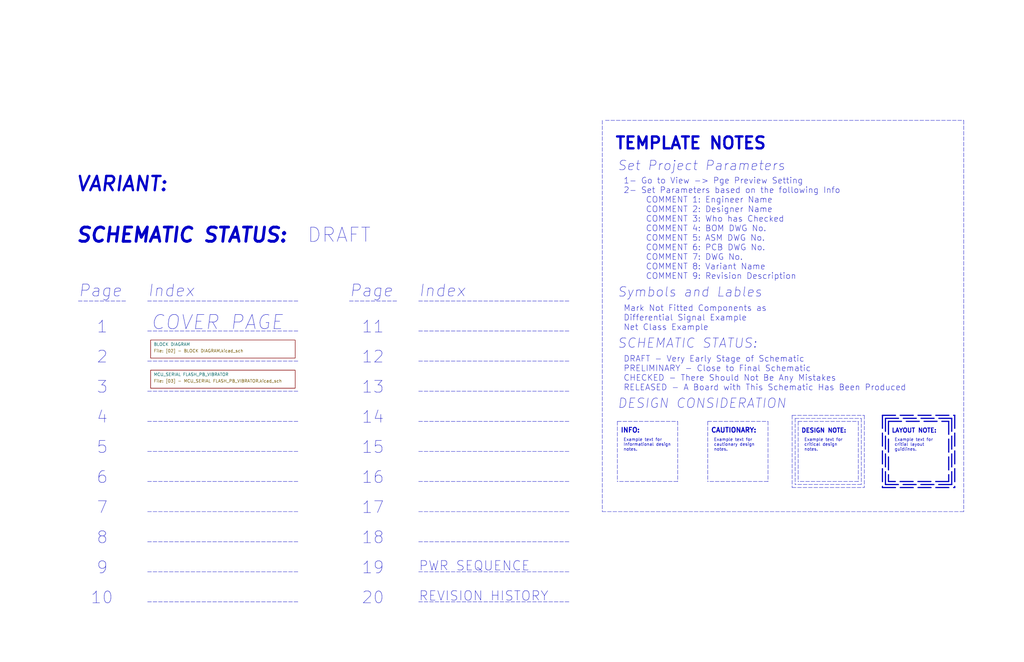
<source format=kicad_sch>
(kicad_sch (version 20211123) (generator eeschema)
  (paper "B")
  (lib_symbols)
  (polyline (pts (xy 62.23 254) (xy 125.73 254)))
  (polyline (pts (xy 363.22 204.47) (xy 335.28 204.47)))
  (polyline (pts (xy 363.22 176.53) (xy 363.22 204.47)))
  (polyline (pts (xy 372.11 205.74) (xy 402.59 205.74)) (stroke (width 0.5)))
  (polyline (pts (xy 298.45 177.8) (xy 323.85 177.8)))
  (polyline (pts (xy 62.23 215.9) (xy 125.73 215.9)))
  (polyline (pts (xy 335.28 176.53) (xy 335.28 204.47)))
  (polyline (pts (xy 373.38 176.53) (xy 401.32 176.53)) (stroke (width 0.5)))
  (polyline (pts (xy 33.02 127) (xy 53.34 127)))
  (polyline (pts (xy 62.23 177.8) (xy 125.73 177.8)))
  (polyline (pts (xy 406.4 50.8) (xy 406.4 215.9)))
  (polyline (pts (xy 335.28 176.53) (xy 363.22 176.53)))
  (polyline (pts (xy 361.95 203.2) (xy 336.55 203.2)))
  (polyline (pts (xy 176.53 215.9) (xy 240.03 215.9)))
  (polyline (pts (xy 176.53 139.7) (xy 240.03 139.7)))
  (polyline (pts (xy 336.55 177.8) (xy 361.95 177.8)))
  (polyline (pts (xy 176.53 190.5) (xy 240.03 190.5)))
  (polyline (pts (xy 176.53 177.8) (xy 240.03 177.8)))
  (polyline (pts (xy 401.32 176.53) (xy 401.32 204.47)) (stroke (width 0.5)))
  (polyline (pts (xy 298.45 177.8) (xy 298.45 203.2)))
  (polyline (pts (xy 323.85 177.8) (xy 323.85 203.2)))
  (polyline (pts (xy 176.53 127) (xy 240.03 127)))
  (polyline (pts (xy 176.53 241.3) (xy 240.03 241.3)))
  (polyline (pts (xy 176.53 254) (xy 240.03 254)))
  (polyline (pts (xy 285.75 177.8) (xy 285.75 203.2)))
  (polyline (pts (xy 372.11 175.26) (xy 402.59 175.26)) (stroke (width 0.5)))
  (polyline (pts (xy 374.65 177.8) (xy 400.05 177.8)) (stroke (width 0.5)))
  (polyline (pts (xy 334.01 175.26) (xy 364.49 175.26)))
  (polyline (pts (xy 374.65 177.8) (xy 374.65 203.2)) (stroke (width 0.5)))
  (polyline (pts (xy 402.59 175.26) (xy 402.59 205.74)) (stroke (width 0.5)))
  (polyline (pts (xy 62.23 228.6) (xy 125.73 228.6)))
  (polyline (pts (xy 62.23 139.7) (xy 125.73 139.7)))
  (polyline (pts (xy 334.01 175.26) (xy 334.01 205.74)))
  (polyline (pts (xy 401.32 204.47) (xy 373.38 204.47)) (stroke (width 0.5)))
  (polyline (pts (xy 62.23 127) (xy 125.73 127)))
  (polyline (pts (xy 255.27 50.8) (xy 406.4 50.8)))
  (polyline (pts (xy 147.32 127) (xy 167.64 127)))
  (polyline (pts (xy 176.53 203.2) (xy 240.03 203.2)))
  (polyline (pts (xy 62.23 203.2) (xy 125.73 203.2)))
  (polyline (pts (xy 336.55 177.8) (xy 336.55 203.2)))
  (polyline (pts (xy 373.38 176.53) (xy 373.38 204.47)) (stroke (width 0.5)))
  (polyline (pts (xy 285.75 203.2) (xy 260.35 203.2)))
  (polyline (pts (xy 176.53 152.4) (xy 240.03 152.4)))
  (polyline (pts (xy 406.4 215.9) (xy 254 215.9)))
  (polyline (pts (xy 361.95 177.8) (xy 361.95 203.2)))
  (polyline (pts (xy 400.05 203.2) (xy 374.65 203.2)) (stroke (width 0.5)))
  (polyline (pts (xy 400.05 177.8) (xy 400.05 203.2)) (stroke (width 0.5)))
  (polyline (pts (xy 176.53 228.6) (xy 240.03 228.6)))
  (polyline (pts (xy 260.35 177.8) (xy 285.75 177.8)))
  (polyline (pts (xy 62.23 241.3) (xy 125.73 241.3)))
  (polyline (pts (xy 323.85 203.2) (xy 298.45 203.2)))
  (polyline (pts (xy 372.11 175.26) (xy 372.11 205.74)) (stroke (width 0.5)))
  (polyline (pts (xy 62.23 190.5) (xy 125.73 190.5)))
  (polyline (pts (xy 364.49 175.26) (xy 364.49 205.74)))
  (polyline (pts (xy 334.01 205.74) (xy 364.49 205.74)))
  (polyline (pts (xy 62.23 152.4) (xy 125.73 152.4)))
  (polyline (pts (xy 62.23 165.1) (xy 125.73 165.1)))
  (polyline (pts (xy 254 50.8) (xy 254 215.9)))
  (polyline (pts (xy 176.53 165.1) (xy 240.03 165.1)))
  (polyline (pts (xy 260.35 177.8) (xy 260.35 203.2)))
  (text "PWR SEQUENCE" (at 176.53 241.3 0) (effects (font (size 4 4)) (justify left bottom)))
  (text "2\n" (at 40.64 153.67 0) (effects (font (size 5 5)) (justify left bottom)))
  (text "INFO:" (at 261.62 182.88 0) (effects (font (size 2 2) (thickness 0.4) bold) (justify left bottom)))
  (text "3" (at 40.64 166.37 0) (effects (font (size 5 5)) (justify left bottom)))
  (text "DRAFT - Very Early Stage of Schematic\nPRELIMINARY - Close to Final Schematic\nCHECKED - There Should Not Be Any Mistakes\nRELEASED - A Board with This Schematic Has Been Produced" (at 262.89 165.1 0) (effects (font (size 2.5 2.5)) (justify left bottom)))
  (text "9" (at 40.64 242.57 0) (effects (font (size 5 5)) (justify left bottom)))
  (text "TEMPLATE NOTES" (at 259.08 63.5 0) (effects (font (size 5 5) bold) (justify left bottom)))
  (text "COVER PAGE" (at 63.5 139.7 0) (effects (font (size 6 6) italic) (justify left bottom)))
  (text "Mark Not Fitted Components as\nDifferential Signal Example\nNet Class Example" (at 262.89 139.7 0) (effects (font (size 2.5 2.5)) (justify left bottom)))
  (text "13" (at 152.4 166.37 0) (effects (font (size 5 5)) (justify left bottom)))
  (text "Example text for\ncautionary design\nnotes." (at 300.99 190.5 0) (effects (font (size 1.27 1.27)) (justify left bottom)))
  (text "SCHEMATIC STATUS: " (at 31.75 102.87 0) (effects (font (size 6 6) (thickness 1.2) bold italic) (justify left bottom)))
  (text "Set Project Parameters" (at 260.35 72.39 0) (effects (font (size 4 4) italic) (justify left bottom)))
  (text "${REVISION}" (at 175.26 64.77 0) (effects (font (size 6 6) bold italic) (justify left bottom)))
  (text "4" (at 40.64 179.07 0) (effects (font (size 5 5)) (justify left bottom)))
  (text "Page" (at 147.32 125.73 0) (effects (font (size 5 5) italic) (justify left bottom)))
  (text "DESIGN NOTE:" (at 337.82 182.88 0) (effects (font (size 1.8 1.8) bold) (justify left bottom)))
  (text "REVISION HISTORY" (at 176.53 254 0) (effects (font (size 4 4)) (justify left bottom)))
  (text "6" (at 40.64 204.47 0) (effects (font (size 5 5)) (justify left bottom)))
  (text "1- Go to View -> Pge Preview Setting\n2- Set Parameters based on the following Info\n	COMMENT 1: Engineer Name\n	COMMENT 2: Designer Name\n	COMMENT 3: Who has Checked\n	COMMENT 4: BOM DWG No.\n	COMMENT 5: ASM DWG No.\n	COMMENT 6: PCB DWG No.\n	COMMENT 7: DWG No.\n	COMMENT 8: Variant Name\n	COMMENT 9: Revision Description " (at 262.89 118.11 0) (effects (font (size 2.5 2.5)) (justify left bottom)))
  (text "Index" (at 176.53 125.73 0) (effects (font (size 5 5) italic) (justify left bottom)))
  (text "Example text for\ncritial layout\nguidlines." (at 377.19 190.5 0) (effects (font (size 1.27 1.27)) (justify left bottom)))
  (text "5" (at 40.64 191.77 0) (effects (font (size 5 5)) (justify left bottom)))
  (text "${ISSUE_DATE}" (at 175.26 81.28 0) (effects (font (size 6 6) bold) (justify left bottom)))
  (text "Example text for\ncritical design \nnotes." (at 339.09 190.5 0) (effects (font (size 1.27 1.27)) (justify left bottom)))
  (text "14" (at 152.4 179.07 0) (effects (font (size 5 5)) (justify left bottom)))
  (text "10" (at 38.1 255.27 0) (effects (font (size 5 5)) (justify left bottom)))
  (text "VARIANT: ${COMMENT8}" (at 31.75 81.28 0) (effects (font (size 6 6) (thickness 1) bold italic) (justify left bottom)))
  (text "12" (at 152.4 153.67 0) (effects (font (size 5 5)) (justify left bottom)))
  (text "18" (at 152.4 229.87 0) (effects (font (size 5 5)) (justify left bottom)))
  (text "8" (at 40.64 229.87 0) (effects (font (size 5 5)) (justify left bottom)))
  (text "Symbols and Lables" (at 260.35 125.73 0) (effects (font (size 4 4) italic) (justify left bottom)))
  (text "LAYOUT NOTE:" (at 375.92 182.88 0) (effects (font (size 1.8 1.8) bold) (justify left bottom)))
  (text "Index" (at 62.23 125.73 0) (effects (font (size 5 5) italic) (justify left bottom)))
  (text "17" (at 152.4 217.17 0) (effects (font (size 5 5)) (justify left bottom)))
  (text "${TITLE}" (at 33.02 66.04 0) (effects (font (size 8 8) (thickness 1.6) bold italic) (justify left bottom)))
  (text "DESIGN CONSIDERATION" (at 260.35 172.72 0) (effects (font (size 4 4) italic) (justify left bottom)))
  (text "Example text for\nInformational design\nnotes." (at 262.89 190.5 0) (effects (font (size 1.27 1.27)) (justify left bottom)))
  (text "Page" (at 33.02 125.73 0) (effects (font (size 5 5) italic) (justify left bottom)))
  (text "16" (at 152.4 204.47 0) (effects (font (size 5 5)) (justify left bottom)))
  (text "7" (at 40.64 217.17 0) (effects (font (size 5 5)) (justify left bottom)))
  (text "SCHEMATIC STATUS:" (at 260.35 147.32 0) (effects (font (size 4 4) italic) (justify left bottom)))
  (text "DRAFT" (at 129.54 102.87 0) (effects (font (size 6 6)) (justify left bottom)))
  (text "CAUTIONARY:" (at 299.72 182.88 0) (effects (font (size 2 2) bold) (justify left bottom)))
  (text "19" (at 152.4 242.57 0) (effects (font (size 5 5)) (justify left bottom)))
  (text "1" (at 40.64 140.97 0) (effects (font (size 5 5)) (justify left bottom)))
  (text "20" (at 152.4 255.27 0) (effects (font (size 5 5)) (justify left bottom)))
  (text "11" (at 152.4 140.97 0) (effects (font (size 5 5)) (justify left bottom)))
  (text "15" (at 152.4 191.77 0) (effects (font (size 5 5)) (justify left bottom)))
  (sheet (at 63.5 156.21) (size 60.96 7.62) (stroke (width 0.1524))
    (property "Sheet name" "MCU_SERIAL FLASH_PB_VIBRATOR" (at 64.77 158.75 0) (effects (justify left bottom)))
    (property "Sheet file" "[03] - MCU_SERIAL FLASH_PB_VIBRATOR.kicad_sch" (at 64.77 160.02 0) (effects (justify left top)))
  )
  (sheet (at 63.5 143.51) (size 60.96 7.62) (stroke (width 0.1524))
    (property "Sheet name" "BLOCK DIAGRAM" (at 64.77 146.05 0) (effects (justify left bottom)))
    (property "Sheet file" "[02] - BLOCK DIAGRAM.kicad_sch" (at 64.77 147.32 0) (effects (justify left top)))
  )
)
</source>
